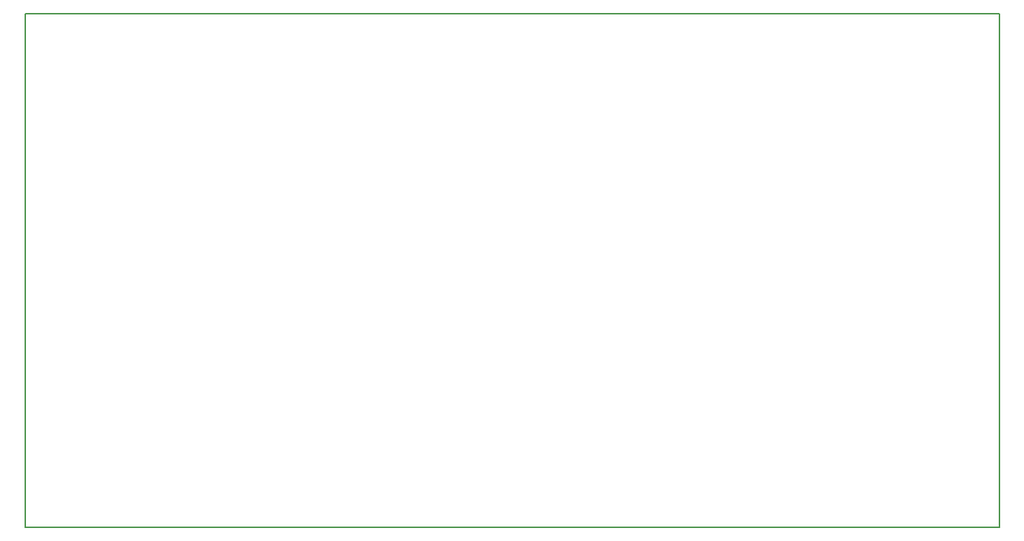
<source format=gbr>
G04 #@! TF.GenerationSoftware,KiCad,Pcbnew,(5.0.1)-3*
G04 #@! TF.CreationDate,2018-10-30T11:50:23-04:00*
G04 #@! TF.ProjectId,ufcs,756663732E6B696361645F7063620000,rev?*
G04 #@! TF.SameCoordinates,Original*
G04 #@! TF.FileFunction,Profile,NP*
%FSLAX46Y46*%
G04 Gerber Fmt 4.6, Leading zero omitted, Abs format (unit mm)*
G04 Created by KiCad (PCBNEW (5.0.1)-3) date 30-Oct-18 11:50:23*
%MOMM*%
%LPD*%
G01*
G04 APERTURE LIST*
%ADD10C,0.150000*%
G04 APERTURE END LIST*
D10*
X85598000Y-86296500D02*
X199898000Y-86296500D01*
X199898000Y-146621500D02*
X85598000Y-146621500D01*
X199898000Y-146621500D02*
X199898000Y-86296500D01*
X85598000Y-86296500D02*
X85598000Y-146621500D01*
M02*

</source>
